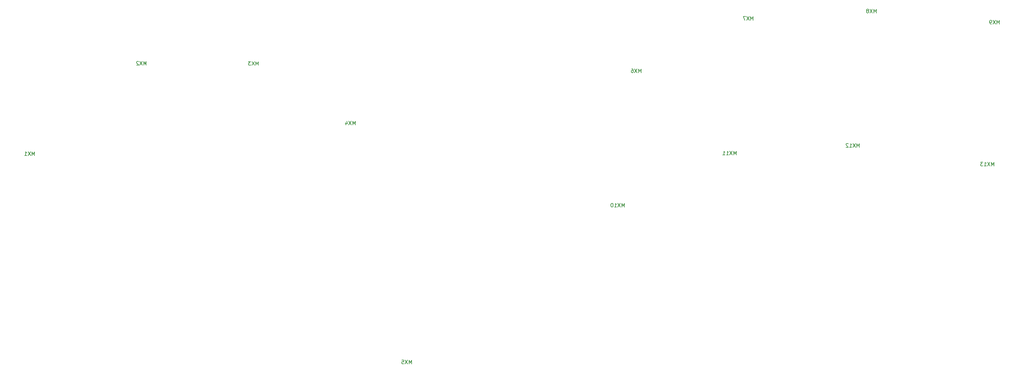
<source format=gbo>
G04 #@! TF.GenerationSoftware,KiCad,Pcbnew,7.0.5*
G04 #@! TF.CreationDate,2023-09-07T16:20:45-04:00*
G04 #@! TF.ProjectId,Hitbox Full Pcb,48697462-6f78-4204-9675-6c6c20506362,rev?*
G04 #@! TF.SameCoordinates,Original*
G04 #@! TF.FileFunction,Legend,Bot*
G04 #@! TF.FilePolarity,Positive*
%FSLAX46Y46*%
G04 Gerber Fmt 4.6, Leading zero omitted, Abs format (unit mm)*
G04 Created by KiCad (PCBNEW 7.0.5) date 2023-09-07 16:20:45*
%MOMM*%
%LPD*%
G01*
G04 APERTURE LIST*
%ADD10C,0.150000*%
%ADD11C,1.750000*%
%ADD12C,3.000000*%
%ADD13C,3.987800*%
%ADD14R,2.550000X2.500000*%
%ADD15C,6.400000*%
%ADD16C,1.400000*%
%ADD17O,1.400000X1.400000*%
%ADD18C,2.000000*%
%ADD19C,0.650000*%
%ADD20O,1.000000X2.100000*%
%ADD21O,1.000000X1.600000*%
%ADD22C,1.700022*%
%ADD23C,1.499997*%
%ADD24R,1.499997X1.499997*%
%ADD25R,2.000000X2.000000*%
%ADD26C,1.700000*%
%ADD27R,1.700000X1.700000*%
%ADD28C,2.500000*%
G04 APERTURE END LIST*
D10*
X402075713Y-81062819D02*
X402075713Y-80062819D01*
X402075713Y-80062819D02*
X401742380Y-80777104D01*
X401742380Y-80777104D02*
X401409047Y-80062819D01*
X401409047Y-80062819D02*
X401409047Y-81062819D01*
X401028094Y-80062819D02*
X400361428Y-81062819D01*
X400361428Y-80062819D02*
X401028094Y-81062819D01*
X400075713Y-80062819D02*
X399456666Y-80062819D01*
X399456666Y-80062819D02*
X399789999Y-80443771D01*
X399789999Y-80443771D02*
X399647142Y-80443771D01*
X399647142Y-80443771D02*
X399551904Y-80491390D01*
X399551904Y-80491390D02*
X399504285Y-80539009D01*
X399504285Y-80539009D02*
X399456666Y-80634247D01*
X399456666Y-80634247D02*
X399456666Y-80872342D01*
X399456666Y-80872342D02*
X399504285Y-80967580D01*
X399504285Y-80967580D02*
X399551904Y-81015200D01*
X399551904Y-81015200D02*
X399647142Y-81062819D01*
X399647142Y-81062819D02*
X399932856Y-81062819D01*
X399932856Y-81062819D02*
X400028094Y-81015200D01*
X400028094Y-81015200D02*
X400075713Y-80967580D01*
X567585713Y-67022819D02*
X567585713Y-66022819D01*
X567585713Y-66022819D02*
X567252380Y-66737104D01*
X567252380Y-66737104D02*
X566919047Y-66022819D01*
X566919047Y-66022819D02*
X566919047Y-67022819D01*
X566538094Y-66022819D02*
X565871428Y-67022819D01*
X565871428Y-66022819D02*
X566538094Y-67022819D01*
X565347618Y-66451390D02*
X565442856Y-66403771D01*
X565442856Y-66403771D02*
X565490475Y-66356152D01*
X565490475Y-66356152D02*
X565538094Y-66260914D01*
X565538094Y-66260914D02*
X565538094Y-66213295D01*
X565538094Y-66213295D02*
X565490475Y-66118057D01*
X565490475Y-66118057D02*
X565442856Y-66070438D01*
X565442856Y-66070438D02*
X565347618Y-66022819D01*
X565347618Y-66022819D02*
X565157142Y-66022819D01*
X565157142Y-66022819D02*
X565061904Y-66070438D01*
X565061904Y-66070438D02*
X565014285Y-66118057D01*
X565014285Y-66118057D02*
X564966666Y-66213295D01*
X564966666Y-66213295D02*
X564966666Y-66260914D01*
X564966666Y-66260914D02*
X565014285Y-66356152D01*
X565014285Y-66356152D02*
X565061904Y-66403771D01*
X565061904Y-66403771D02*
X565157142Y-66451390D01*
X565157142Y-66451390D02*
X565347618Y-66451390D01*
X565347618Y-66451390D02*
X565442856Y-66499009D01*
X565442856Y-66499009D02*
X565490475Y-66546628D01*
X565490475Y-66546628D02*
X565538094Y-66641866D01*
X565538094Y-66641866D02*
X565538094Y-66832342D01*
X565538094Y-66832342D02*
X565490475Y-66927580D01*
X565490475Y-66927580D02*
X565442856Y-66975200D01*
X565442856Y-66975200D02*
X565347618Y-67022819D01*
X565347618Y-67022819D02*
X565157142Y-67022819D01*
X565157142Y-67022819D02*
X565061904Y-66975200D01*
X565061904Y-66975200D02*
X565014285Y-66927580D01*
X565014285Y-66927580D02*
X564966666Y-66832342D01*
X564966666Y-66832342D02*
X564966666Y-66641866D01*
X564966666Y-66641866D02*
X565014285Y-66546628D01*
X565014285Y-66546628D02*
X565061904Y-66499009D01*
X565061904Y-66499009D02*
X565157142Y-66451390D01*
X504575713Y-83022819D02*
X504575713Y-82022819D01*
X504575713Y-82022819D02*
X504242380Y-82737104D01*
X504242380Y-82737104D02*
X503909047Y-82022819D01*
X503909047Y-82022819D02*
X503909047Y-83022819D01*
X503528094Y-82022819D02*
X502861428Y-83022819D01*
X502861428Y-82022819D02*
X503528094Y-83022819D01*
X502051904Y-82022819D02*
X502242380Y-82022819D01*
X502242380Y-82022819D02*
X502337618Y-82070438D01*
X502337618Y-82070438D02*
X502385237Y-82118057D01*
X502385237Y-82118057D02*
X502480475Y-82260914D01*
X502480475Y-82260914D02*
X502528094Y-82451390D01*
X502528094Y-82451390D02*
X502528094Y-82832342D01*
X502528094Y-82832342D02*
X502480475Y-82927580D01*
X502480475Y-82927580D02*
X502432856Y-82975200D01*
X502432856Y-82975200D02*
X502337618Y-83022819D01*
X502337618Y-83022819D02*
X502147142Y-83022819D01*
X502147142Y-83022819D02*
X502051904Y-82975200D01*
X502051904Y-82975200D02*
X502004285Y-82927580D01*
X502004285Y-82927580D02*
X501956666Y-82832342D01*
X501956666Y-82832342D02*
X501956666Y-82594247D01*
X501956666Y-82594247D02*
X502004285Y-82499009D01*
X502004285Y-82499009D02*
X502051904Y-82451390D01*
X502051904Y-82451390D02*
X502147142Y-82403771D01*
X502147142Y-82403771D02*
X502337618Y-82403771D01*
X502337618Y-82403771D02*
X502432856Y-82451390D01*
X502432856Y-82451390D02*
X502480475Y-82499009D01*
X502480475Y-82499009D02*
X502528094Y-82594247D01*
X500081904Y-119042819D02*
X500081904Y-118042819D01*
X500081904Y-118042819D02*
X499748571Y-118757104D01*
X499748571Y-118757104D02*
X499415238Y-118042819D01*
X499415238Y-118042819D02*
X499415238Y-119042819D01*
X499034285Y-118042819D02*
X498367619Y-119042819D01*
X498367619Y-118042819D02*
X499034285Y-119042819D01*
X497462857Y-119042819D02*
X498034285Y-119042819D01*
X497748571Y-119042819D02*
X497748571Y-118042819D01*
X497748571Y-118042819D02*
X497843809Y-118185676D01*
X497843809Y-118185676D02*
X497939047Y-118280914D01*
X497939047Y-118280914D02*
X498034285Y-118328533D01*
X496843809Y-118042819D02*
X496748571Y-118042819D01*
X496748571Y-118042819D02*
X496653333Y-118090438D01*
X496653333Y-118090438D02*
X496605714Y-118138057D01*
X496605714Y-118138057D02*
X496558095Y-118233295D01*
X496558095Y-118233295D02*
X496510476Y-118423771D01*
X496510476Y-118423771D02*
X496510476Y-118661866D01*
X496510476Y-118661866D02*
X496558095Y-118852342D01*
X496558095Y-118852342D02*
X496605714Y-118947580D01*
X496605714Y-118947580D02*
X496653333Y-118995200D01*
X496653333Y-118995200D02*
X496748571Y-119042819D01*
X496748571Y-119042819D02*
X496843809Y-119042819D01*
X496843809Y-119042819D02*
X496939047Y-118995200D01*
X496939047Y-118995200D02*
X496986666Y-118947580D01*
X496986666Y-118947580D02*
X497034285Y-118852342D01*
X497034285Y-118852342D02*
X497081904Y-118661866D01*
X497081904Y-118661866D02*
X497081904Y-118423771D01*
X497081904Y-118423771D02*
X497034285Y-118233295D01*
X497034285Y-118233295D02*
X496986666Y-118138057D01*
X496986666Y-118138057D02*
X496939047Y-118090438D01*
X496939047Y-118090438D02*
X496843809Y-118042819D01*
X534595713Y-68982819D02*
X534595713Y-67982819D01*
X534595713Y-67982819D02*
X534262380Y-68697104D01*
X534262380Y-68697104D02*
X533929047Y-67982819D01*
X533929047Y-67982819D02*
X533929047Y-68982819D01*
X533548094Y-67982819D02*
X532881428Y-68982819D01*
X532881428Y-67982819D02*
X533548094Y-68982819D01*
X532595713Y-67982819D02*
X531929047Y-67982819D01*
X531929047Y-67982819D02*
X532357618Y-68982819D01*
X599081904Y-108032819D02*
X599081904Y-107032819D01*
X599081904Y-107032819D02*
X598748571Y-107747104D01*
X598748571Y-107747104D02*
X598415238Y-107032819D01*
X598415238Y-107032819D02*
X598415238Y-108032819D01*
X598034285Y-107032819D02*
X597367619Y-108032819D01*
X597367619Y-107032819D02*
X598034285Y-108032819D01*
X596462857Y-108032819D02*
X597034285Y-108032819D01*
X596748571Y-108032819D02*
X596748571Y-107032819D01*
X596748571Y-107032819D02*
X596843809Y-107175676D01*
X596843809Y-107175676D02*
X596939047Y-107270914D01*
X596939047Y-107270914D02*
X597034285Y-107318533D01*
X596129523Y-107032819D02*
X595510476Y-107032819D01*
X595510476Y-107032819D02*
X595843809Y-107413771D01*
X595843809Y-107413771D02*
X595700952Y-107413771D01*
X595700952Y-107413771D02*
X595605714Y-107461390D01*
X595605714Y-107461390D02*
X595558095Y-107509009D01*
X595558095Y-107509009D02*
X595510476Y-107604247D01*
X595510476Y-107604247D02*
X595510476Y-107842342D01*
X595510476Y-107842342D02*
X595558095Y-107937580D01*
X595558095Y-107937580D02*
X595605714Y-107985200D01*
X595605714Y-107985200D02*
X595700952Y-108032819D01*
X595700952Y-108032819D02*
X595986666Y-108032819D01*
X595986666Y-108032819D02*
X596081904Y-107985200D01*
X596081904Y-107985200D02*
X596129523Y-107937580D01*
X428025713Y-97032819D02*
X428025713Y-96032819D01*
X428025713Y-96032819D02*
X427692380Y-96747104D01*
X427692380Y-96747104D02*
X427359047Y-96032819D01*
X427359047Y-96032819D02*
X427359047Y-97032819D01*
X426978094Y-96032819D02*
X426311428Y-97032819D01*
X426311428Y-96032819D02*
X426978094Y-97032819D01*
X425501904Y-96366152D02*
X425501904Y-97032819D01*
X425739999Y-95985200D02*
X425978094Y-96699485D01*
X425978094Y-96699485D02*
X425359047Y-96699485D01*
X600555713Y-70012819D02*
X600555713Y-69012819D01*
X600555713Y-69012819D02*
X600222380Y-69727104D01*
X600222380Y-69727104D02*
X599889047Y-69012819D01*
X599889047Y-69012819D02*
X599889047Y-70012819D01*
X599508094Y-69012819D02*
X598841428Y-70012819D01*
X598841428Y-69012819D02*
X599508094Y-70012819D01*
X598412856Y-70012819D02*
X598222380Y-70012819D01*
X598222380Y-70012819D02*
X598127142Y-69965200D01*
X598127142Y-69965200D02*
X598079523Y-69917580D01*
X598079523Y-69917580D02*
X597984285Y-69774723D01*
X597984285Y-69774723D02*
X597936666Y-69584247D01*
X597936666Y-69584247D02*
X597936666Y-69203295D01*
X597936666Y-69203295D02*
X597984285Y-69108057D01*
X597984285Y-69108057D02*
X598031904Y-69060438D01*
X598031904Y-69060438D02*
X598127142Y-69012819D01*
X598127142Y-69012819D02*
X598317618Y-69012819D01*
X598317618Y-69012819D02*
X598412856Y-69060438D01*
X598412856Y-69060438D02*
X598460475Y-69108057D01*
X598460475Y-69108057D02*
X598508094Y-69203295D01*
X598508094Y-69203295D02*
X598508094Y-69441390D01*
X598508094Y-69441390D02*
X598460475Y-69536628D01*
X598460475Y-69536628D02*
X598412856Y-69584247D01*
X598412856Y-69584247D02*
X598317618Y-69631866D01*
X598317618Y-69631866D02*
X598127142Y-69631866D01*
X598127142Y-69631866D02*
X598031904Y-69584247D01*
X598031904Y-69584247D02*
X597984285Y-69536628D01*
X597984285Y-69536628D02*
X597936666Y-69441390D01*
X530051904Y-105072819D02*
X530051904Y-104072819D01*
X530051904Y-104072819D02*
X529718571Y-104787104D01*
X529718571Y-104787104D02*
X529385238Y-104072819D01*
X529385238Y-104072819D02*
X529385238Y-105072819D01*
X529004285Y-104072819D02*
X528337619Y-105072819D01*
X528337619Y-104072819D02*
X529004285Y-105072819D01*
X527432857Y-105072819D02*
X528004285Y-105072819D01*
X527718571Y-105072819D02*
X527718571Y-104072819D01*
X527718571Y-104072819D02*
X527813809Y-104215676D01*
X527813809Y-104215676D02*
X527909047Y-104310914D01*
X527909047Y-104310914D02*
X528004285Y-104358533D01*
X526480476Y-105072819D02*
X527051904Y-105072819D01*
X526766190Y-105072819D02*
X526766190Y-104072819D01*
X526766190Y-104072819D02*
X526861428Y-104215676D01*
X526861428Y-104215676D02*
X526956666Y-104310914D01*
X526956666Y-104310914D02*
X527051904Y-104358533D01*
X443105713Y-161042819D02*
X443105713Y-160042819D01*
X443105713Y-160042819D02*
X442772380Y-160757104D01*
X442772380Y-160757104D02*
X442439047Y-160042819D01*
X442439047Y-160042819D02*
X442439047Y-161042819D01*
X442058094Y-160042819D02*
X441391428Y-161042819D01*
X441391428Y-160042819D02*
X442058094Y-161042819D01*
X440534285Y-160042819D02*
X441010475Y-160042819D01*
X441010475Y-160042819D02*
X441058094Y-160519009D01*
X441058094Y-160519009D02*
X441010475Y-160471390D01*
X441010475Y-160471390D02*
X440915237Y-160423771D01*
X440915237Y-160423771D02*
X440677142Y-160423771D01*
X440677142Y-160423771D02*
X440581904Y-160471390D01*
X440581904Y-160471390D02*
X440534285Y-160519009D01*
X440534285Y-160519009D02*
X440486666Y-160614247D01*
X440486666Y-160614247D02*
X440486666Y-160852342D01*
X440486666Y-160852342D02*
X440534285Y-160947580D01*
X440534285Y-160947580D02*
X440581904Y-160995200D01*
X440581904Y-160995200D02*
X440677142Y-161042819D01*
X440677142Y-161042819D02*
X440915237Y-161042819D01*
X440915237Y-161042819D02*
X441010475Y-160995200D01*
X441010475Y-160995200D02*
X441058094Y-160947580D01*
X372055713Y-81022819D02*
X372055713Y-80022819D01*
X372055713Y-80022819D02*
X371722380Y-80737104D01*
X371722380Y-80737104D02*
X371389047Y-80022819D01*
X371389047Y-80022819D02*
X371389047Y-81022819D01*
X371008094Y-80022819D02*
X370341428Y-81022819D01*
X370341428Y-80022819D02*
X371008094Y-81022819D01*
X370008094Y-80118057D02*
X369960475Y-80070438D01*
X369960475Y-80070438D02*
X369865237Y-80022819D01*
X369865237Y-80022819D02*
X369627142Y-80022819D01*
X369627142Y-80022819D02*
X369531904Y-80070438D01*
X369531904Y-80070438D02*
X369484285Y-80118057D01*
X369484285Y-80118057D02*
X369436666Y-80213295D01*
X369436666Y-80213295D02*
X369436666Y-80308533D01*
X369436666Y-80308533D02*
X369484285Y-80451390D01*
X369484285Y-80451390D02*
X370055713Y-81022819D01*
X370055713Y-81022819D02*
X369436666Y-81022819D01*
X563041904Y-103022819D02*
X563041904Y-102022819D01*
X563041904Y-102022819D02*
X562708571Y-102737104D01*
X562708571Y-102737104D02*
X562375238Y-102022819D01*
X562375238Y-102022819D02*
X562375238Y-103022819D01*
X561994285Y-102022819D02*
X561327619Y-103022819D01*
X561327619Y-102022819D02*
X561994285Y-103022819D01*
X560422857Y-103022819D02*
X560994285Y-103022819D01*
X560708571Y-103022819D02*
X560708571Y-102022819D01*
X560708571Y-102022819D02*
X560803809Y-102165676D01*
X560803809Y-102165676D02*
X560899047Y-102260914D01*
X560899047Y-102260914D02*
X560994285Y-102308533D01*
X560041904Y-102118057D02*
X559994285Y-102070438D01*
X559994285Y-102070438D02*
X559899047Y-102022819D01*
X559899047Y-102022819D02*
X559660952Y-102022819D01*
X559660952Y-102022819D02*
X559565714Y-102070438D01*
X559565714Y-102070438D02*
X559518095Y-102118057D01*
X559518095Y-102118057D02*
X559470476Y-102213295D01*
X559470476Y-102213295D02*
X559470476Y-102308533D01*
X559470476Y-102308533D02*
X559518095Y-102451390D01*
X559518095Y-102451390D02*
X560089523Y-103022819D01*
X560089523Y-103022819D02*
X559470476Y-103022819D01*
X342125713Y-105242819D02*
X342125713Y-104242819D01*
X342125713Y-104242819D02*
X341792380Y-104957104D01*
X341792380Y-104957104D02*
X341459047Y-104242819D01*
X341459047Y-104242819D02*
X341459047Y-105242819D01*
X341078094Y-104242819D02*
X340411428Y-105242819D01*
X340411428Y-104242819D02*
X341078094Y-105242819D01*
X339506666Y-105242819D02*
X340078094Y-105242819D01*
X339792380Y-105242819D02*
X339792380Y-104242819D01*
X339792380Y-104242819D02*
X339887618Y-104385676D01*
X339887618Y-104385676D02*
X339982856Y-104480914D01*
X339982856Y-104480914D02*
X340078094Y-104528533D01*
%LPC*%
D11*
X395710000Y-77560000D03*
D12*
X396980000Y-75020000D03*
D13*
X400790000Y-77560000D03*
D12*
X403330000Y-72480000D03*
D11*
X405870000Y-77560000D03*
D14*
X393705000Y-75020000D03*
X406632000Y-72480000D03*
D15*
X544640000Y-84510000D03*
X440830000Y-123280000D03*
D11*
X561220000Y-63520000D03*
D12*
X562490000Y-60980000D03*
D13*
X566300000Y-63520000D03*
D12*
X568840000Y-58440000D03*
D11*
X571380000Y-63520000D03*
D14*
X559215000Y-60980000D03*
X572142000Y-58440000D03*
D11*
X498210000Y-79520000D03*
D12*
X499480000Y-76980000D03*
D13*
X503290000Y-79520000D03*
D12*
X505830000Y-74440000D03*
D11*
X508370000Y-79520000D03*
D14*
X496205000Y-76980000D03*
X509132000Y-74440000D03*
D15*
X627410000Y-42550000D03*
D16*
X507740000Y-44420000D03*
D17*
X515360000Y-44420000D03*
D18*
X389700000Y-41970000D03*
X396200000Y-41970000D03*
X389700000Y-46470000D03*
X396200000Y-46470000D03*
D16*
X507740000Y-41920000D03*
D17*
X515360000Y-41920000D03*
D11*
X493240000Y-115540000D03*
D12*
X494510000Y-113000000D03*
D13*
X498320000Y-115540000D03*
D12*
X500860000Y-110460000D03*
D11*
X503400000Y-115540000D03*
D14*
X491235000Y-113000000D03*
X504162000Y-110460000D03*
D19*
X472600000Y-36620000D03*
X466820000Y-36620000D03*
D20*
X474030000Y-37150000D03*
D21*
X474030000Y-32970000D03*
D20*
X465390000Y-37150000D03*
D21*
X465390000Y-32970000D03*
D22*
X603061878Y-152309894D03*
D23*
X614004198Y-151509032D03*
D24*
X614004198Y-153509028D03*
D23*
X614004198Y-158009654D03*
X614004198Y-160009650D03*
X614004198Y-162009646D03*
X614004198Y-164009642D03*
X614004198Y-166009638D03*
D24*
X614004198Y-168009634D03*
D11*
X528230000Y-65480000D03*
D12*
X529500000Y-62940000D03*
D13*
X533310000Y-65480000D03*
D12*
X535850000Y-60400000D03*
D11*
X538390000Y-65480000D03*
D14*
X526225000Y-62940000D03*
X539152000Y-60400000D03*
D15*
X327760000Y-42540000D03*
D18*
X566077049Y-144497505D03*
X566077049Y-141957505D03*
X563547049Y-144497505D03*
X563547049Y-141957505D03*
X561007049Y-144507505D03*
X561007049Y-141957505D03*
X558467049Y-144494185D03*
X558467049Y-141957505D03*
X555927049Y-144497505D03*
X555927049Y-141957505D03*
X553387049Y-144497505D03*
X553387049Y-141957505D03*
X550847049Y-144497505D03*
X550847049Y-141957505D03*
X548307049Y-144497505D03*
X548307049Y-141957505D03*
X545767049Y-144497505D03*
X545767049Y-141957505D03*
D25*
X543227049Y-144497505D03*
D18*
X543227049Y-141957505D03*
X570067049Y-152097505D03*
X570067049Y-154637505D03*
X570067049Y-157177505D03*
D25*
X570067049Y-159717505D03*
D26*
X570067049Y-164693505D03*
X570067049Y-166721505D03*
X570067049Y-168721505D03*
X570067049Y-170721505D03*
X570067049Y-172721505D03*
D27*
X520973049Y-143901505D03*
D26*
X518973049Y-143901505D03*
X516973049Y-143901505D03*
X514973049Y-143901505D03*
D18*
X507436049Y-147105505D03*
X504896049Y-147105505D03*
X502356049Y-147105505D03*
D25*
X499816049Y-147105505D03*
D28*
X565083049Y-180162505D03*
X561493049Y-180162505D03*
X557993049Y-180162505D03*
X554493049Y-180162505D03*
X550993049Y-180162505D03*
X547493049Y-180162505D03*
X543993049Y-180162505D03*
X540493049Y-180162505D03*
X536993049Y-180162505D03*
X533493049Y-180162505D03*
X529993049Y-180162505D03*
X526493049Y-180162505D03*
X522993049Y-180162505D03*
X519493049Y-180162505D03*
X515993049Y-180162505D03*
X512493049Y-180162505D03*
X508993049Y-180162505D03*
X505493049Y-180162505D03*
X501993049Y-180162505D03*
X498493049Y-180162505D03*
D18*
X379950000Y-41970000D03*
X386450000Y-41970000D03*
X379950000Y-46470000D03*
X386450000Y-46470000D03*
D11*
X592240000Y-104530000D03*
D12*
X593510000Y-101990000D03*
D13*
X597320000Y-104530000D03*
D12*
X599860000Y-99450000D03*
D11*
X602400000Y-104530000D03*
D14*
X590235000Y-101990000D03*
X603162000Y-99450000D03*
D18*
X399450000Y-41970000D03*
X405950000Y-41970000D03*
X399450000Y-46470000D03*
X405950000Y-46470000D03*
D15*
X627440000Y-192270000D03*
D11*
X421660000Y-93530000D03*
D12*
X422930000Y-90990000D03*
D13*
X426740000Y-93530000D03*
D12*
X429280000Y-88450000D03*
D11*
X431820000Y-93530000D03*
D14*
X419655000Y-90990000D03*
X432582000Y-88450000D03*
D18*
X370200000Y-41970000D03*
X376700000Y-41970000D03*
X370200000Y-46470000D03*
X376700000Y-46470000D03*
X360450000Y-41970000D03*
X366950000Y-41970000D03*
X360450000Y-46470000D03*
X366950000Y-46470000D03*
D15*
X436620000Y-55740000D03*
D11*
X594190000Y-66510000D03*
D12*
X595460000Y-63970000D03*
D13*
X599270000Y-66510000D03*
D12*
X601810000Y-61430000D03*
D11*
X604350000Y-66510000D03*
D14*
X592185000Y-63970000D03*
X605112000Y-61430000D03*
D11*
X523210000Y-101570000D03*
D12*
X524480000Y-99030000D03*
D13*
X528290000Y-101570000D03*
D12*
X530830000Y-96490000D03*
D11*
X533370000Y-101570000D03*
D14*
X521205000Y-99030000D03*
X534132000Y-96490000D03*
D11*
X436740000Y-157540000D03*
D12*
X438010000Y-155000000D03*
D13*
X441820000Y-157540000D03*
D12*
X444360000Y-152460000D03*
D11*
X446900000Y-157540000D03*
D14*
X434735000Y-155000000D03*
X447662000Y-152460000D03*
D11*
X365690000Y-77520000D03*
D12*
X366960000Y-74980000D03*
D13*
X370770000Y-77520000D03*
D12*
X373310000Y-72440000D03*
D11*
X375850000Y-77520000D03*
D14*
X363685000Y-74980000D03*
X376612000Y-72440000D03*
D15*
X327750000Y-192240000D03*
X465570000Y-192260000D03*
D11*
X556200000Y-99520000D03*
D12*
X557470000Y-96980000D03*
D13*
X561280000Y-99520000D03*
D12*
X563820000Y-94440000D03*
D11*
X566360000Y-99520000D03*
D14*
X554195000Y-96980000D03*
X567122000Y-94440000D03*
D11*
X335760000Y-101740000D03*
D12*
X337030000Y-99200000D03*
D13*
X340840000Y-101740000D03*
D12*
X343380000Y-96660000D03*
D11*
X345920000Y-101740000D03*
D14*
X333755000Y-99200000D03*
X346682000Y-96660000D03*
%LPD*%
M02*

</source>
